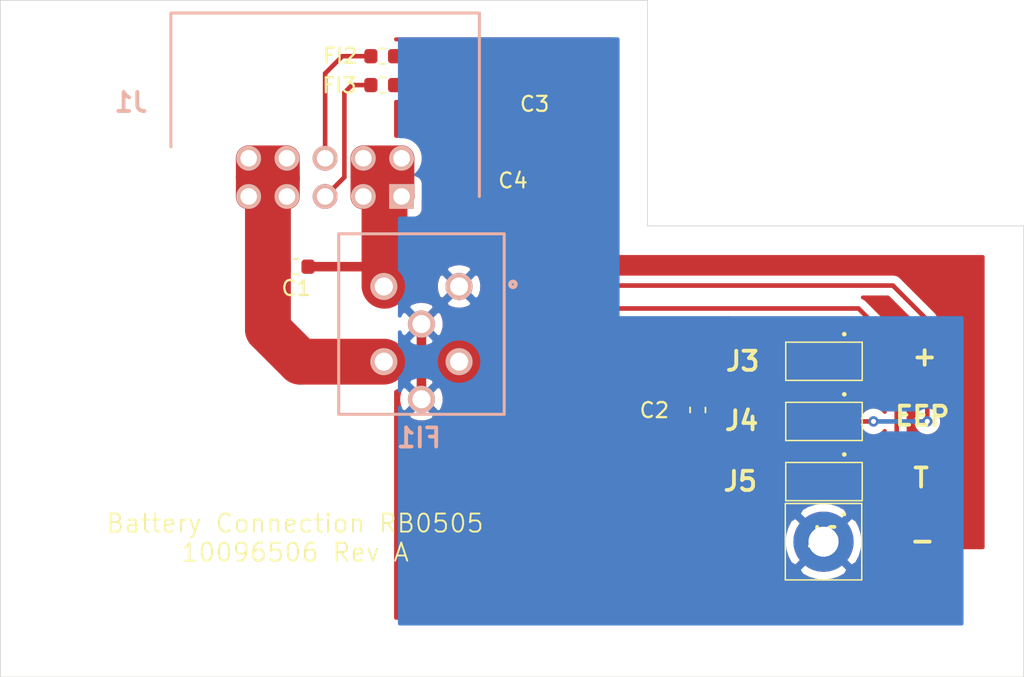
<source format=kicad_pcb>
(kicad_pcb (version 20171130) (host pcbnew "(5.1.5)-3")

  (general
    (thickness 1.6002)
    (drawings 11)
    (tracks 71)
    (zones 0)
    (modules 12)
    (nets 9)
  )

  (page USLetter)
  (title_block
    (rev 1)
  )

  (layers
    (0 Front signal)
    (31 Back signal)
    (32 B.Adhes user)
    (33 F.Adhes user)
    (34 B.Paste user)
    (35 F.Paste user)
    (36 B.SilkS user)
    (37 F.SilkS user hide)
    (38 B.Mask user)
    (39 F.Mask user)
    (40 Dwgs.User user hide)
    (41 Cmts.User user)
    (42 Eco1.User user)
    (43 Eco2.User user)
    (44 Edge.Cuts user)
    (45 Margin user)
    (46 B.CrtYd user)
    (47 F.CrtYd user)
    (48 B.Fab user)
    (49 F.Fab user hide)
  )

  (setup
    (last_trace_width 0.127)
    (user_trace_width 0.127)
    (user_trace_width 0.254)
    (user_trace_width 0.508)
    (user_trace_width 0.762)
    (trace_clearance 0.1524)
    (zone_clearance 0.508)
    (zone_45_only no)
    (trace_min 0.127)
    (via_size 0.6858)
    (via_drill 0.3302)
    (via_min_size 0.4572)
    (via_min_drill 0.254)
    (user_via 0.6858 0.3302)
    (user_via 0.889 0.381)
    (uvia_size 0.6858)
    (uvia_drill 0.3302)
    (uvias_allowed no)
    (uvia_min_size 0)
    (uvia_min_drill 0)
    (edge_width 0.0381)
    (segment_width 0.254)
    (pcb_text_width 0.3048)
    (pcb_text_size 1.524 1.524)
    (mod_edge_width 0.127)
    (mod_text_size 0.762 0.762)
    (mod_text_width 0.127)
    (pad_size 2 2)
    (pad_drill 1)
    (pad_to_mask_clearance 0)
    (solder_mask_min_width 0.1016)
    (aux_axis_origin 95.5 124)
    (grid_origin 95.5 124)
    (visible_elements 7FFFFF7F)
    (pcbplotparams
      (layerselection 0x010fc_ffffffff)
      (usegerberextensions false)
      (usegerberattributes false)
      (usegerberadvancedattributes false)
      (creategerberjobfile false)
      (excludeedgelayer true)
      (linewidth 0.152400)
      (plotframeref false)
      (viasonmask false)
      (mode 1)
      (useauxorigin false)
      (hpglpennumber 1)
      (hpglpenspeed 20)
      (hpglpendiameter 15.000000)
      (psnegative false)
      (psa4output false)
      (plotreference true)
      (plotvalue false)
      (plotinvisibletext false)
      (padsonsilk false)
      (subtractmaskfromsilk true)
      (outputformat 1)
      (mirror false)
      (drillshape 0)
      (scaleselection 1)
      (outputdirectory "./gerbers"))
  )

  (net 0 "")
  (net 1 "Net-(FI2-Pad2)")
  (net 2 VDD)
  (net 3 Earth)
  (net 4 GND)
  (net 5 /+)
  (net 6 /BAT_EEPROM)
  (net 7 /T)
  (net 8 "Net-(FI3-Pad1)")

  (net_class Default "This is the default net class."
    (clearance 0.1524)
    (trace_width 0.254)
    (via_dia 0.6858)
    (via_drill 0.3302)
    (uvia_dia 0.6858)
    (uvia_drill 0.3302)
    (diff_pair_width 0.1524)
    (diff_pair_gap 0.254)
    (add_net /+)
    (add_net /BAT_EEPROM)
    (add_net /T)
    (add_net Earth)
    (add_net GND)
    (add_net "Net-(FI2-Pad2)")
    (add_net "Net-(FI3-Pad1)")
    (add_net VDD)
  )

  (net_class "HIGH CURRENT" ""
    (clearance 0.1524)
    (trace_width 2)
    (via_dia 0.6858)
    (via_drill 0.3302)
    (uvia_dia 0.6858)
    (uvia_drill 0.3302)
    (diff_pair_width 0.1524)
    (diff_pair_gap 0.254)
  )

  (module "10096510 Battery Connection:BNX002-011" (layer Back) (tedit 5E8AE1C9) (tstamp 5E8ABC8C)
    (at 123.4811 100.52542 270)
    (descr BNX002-011)
    (tags Filter)
    (path /5E8EDF96)
    (fp_text reference FI1 (at 7.5691 0.17064) (layer B.SilkS)
      (effects (font (size 1.27 1.27) (thickness 0.254)) (justify mirror))
    )
    (fp_text value BNX002-11 (at -0.30362 0.0126 270) (layer B.SilkS) hide
      (effects (font (size 1.27 1.27) (thickness 0.254)) (justify mirror))
    )
    (fp_circle (center -2.64 -6.079) (end -2.70223 -6.079) (layer B.SilkS) (width 0.254))
    (fp_line (start 6 -5.5) (end -6 -5.5) (layer B.SilkS) (width 0.2))
    (fp_line (start 6 5.5) (end 6 -5.5) (layer B.SilkS) (width 0.2))
    (fp_line (start -6 5.5) (end 6 5.5) (layer B.SilkS) (width 0.2))
    (fp_line (start -6 -5.5) (end -6 5.5) (layer B.SilkS) (width 0.2))
    (fp_line (start -6 -5.5) (end -6 5.5) (layer Dwgs.User) (width 0.2))
    (fp_line (start 6 -5.5) (end -6 -5.5) (layer Dwgs.User) (width 0.2))
    (fp_line (start 6 5.5) (end 6 -5.5) (layer Dwgs.User) (width 0.2))
    (fp_line (start -6 5.5) (end 6 5.5) (layer Dwgs.User) (width 0.2))
    (pad 6 thru_hole circle (at 5 0 180) (size 1.8 1.8) (drill 1.2) (layers *.Cu *.Mask B.SilkS)
      (net 4 GND))
    (pad 1 thru_hole circle (at 2.5 2.5 180) (size 1.8 1.8) (drill 1.2) (layers *.Cu *.Mask B.SilkS)
      (net 2 VDD))
    (pad 2 thru_hole circle (at 2.5 -2.5 180) (size 1.8 1.8) (drill 1.2) (layers *.Cu *.Mask B.SilkS)
      (net 5 /+))
    (pad 4 thru_hole circle (at 0 0 180) (size 1.8 1.8) (drill 1.2) (layers *.Cu *.Mask B.SilkS)
      (net 4 GND))
    (pad 3 thru_hole circle (at -2.5 2.5 180) (size 1.8 1.8) (drill 1.2) (layers *.Cu *.Mask B.SilkS)
      (net 3 Earth))
    (pad 5 thru_hole circle (at -2.5 -2.5 180) (size 1.8 1.8) (drill 1.2) (layers *.Cu *.Mask B.SilkS)
      (net 4 GND))
  )

  (module "10096510 Battery Connection:C_0603_1608Metric" (layer Front) (tedit 5B301BBE) (tstamp 5E8B2535)
    (at 141.844 106.237 270)
    (descr "Capacitor SMD 0603 (1608 Metric), square (rectangular) end terminal, IPC_7351 nominal, (Body size source: http://www.tortai-tech.com/upload/download/2011102023233369053.pdf), generated with kicad-footprint-generator")
    (tags capacitor)
    (path /5E90C557)
    (attr smd)
    (fp_text reference C2 (at 0.0219 2.88714) (layer F.SilkS)
      (effects (font (size 1 1) (thickness 0.15)))
    )
    (fp_text value 10nF (at 0 1.43 90) (layer F.Fab)
      (effects (font (size 1 1) (thickness 0.15)))
    )
    (fp_line (start -0.8 0.4) (end -0.8 -0.4) (layer F.Fab) (width 0.1))
    (fp_line (start -0.8 -0.4) (end 0.8 -0.4) (layer F.Fab) (width 0.1))
    (fp_line (start 0.8 -0.4) (end 0.8 0.4) (layer F.Fab) (width 0.1))
    (fp_line (start 0.8 0.4) (end -0.8 0.4) (layer F.Fab) (width 0.1))
    (fp_line (start -0.162779 -0.51) (end 0.162779 -0.51) (layer F.SilkS) (width 0.12))
    (fp_line (start -0.162779 0.51) (end 0.162779 0.51) (layer F.SilkS) (width 0.12))
    (fp_line (start -1.48 0.73) (end -1.48 -0.73) (layer F.CrtYd) (width 0.05))
    (fp_line (start -1.48 -0.73) (end 1.48 -0.73) (layer F.CrtYd) (width 0.05))
    (fp_line (start 1.48 -0.73) (end 1.48 0.73) (layer F.CrtYd) (width 0.05))
    (fp_line (start 1.48 0.73) (end -1.48 0.73) (layer F.CrtYd) (width 0.05))
    (fp_text user %R (at 0 0 90) (layer F.Fab)
      (effects (font (size 0.4 0.4) (thickness 0.06)))
    )
    (pad 1 smd roundrect (at -0.7875 0 270) (size 0.875 0.95) (layers Front F.Paste F.Mask) (roundrect_rratio 0.25)
      (net 5 /+))
    (pad 2 smd roundrect (at 0.7875 0 270) (size 0.875 0.95) (layers Front F.Paste F.Mask) (roundrect_rratio 0.25)
      (net 4 GND))
    (model ${KISYS3DMOD}/Capacitor_SMD.3dshapes/C_0603_1608Metric.wrl
      (at (xyz 0 0 0))
      (scale (xyz 1 1 1))
      (rotate (xyz 0 0 0))
    )
  )

  (module "10096510 Battery Connection:C_0603_1608Metric" (layer Front) (tedit 5B301BBE) (tstamp 5E8B29FC)
    (at 115.15532 96.70886 180)
    (descr "Capacitor SMD 0603 (1608 Metric), square (rectangular) end terminal, IPC_7351 nominal, (Body size source: http://www.tortai-tech.com/upload/download/2011102023233369053.pdf), generated with kicad-footprint-generator")
    (tags capacitor)
    (path /5E8FB3FB)
    (attr smd)
    (fp_text reference C1 (at 0 -1.43) (layer F.SilkS)
      (effects (font (size 1 1) (thickness 0.15)))
    )
    (fp_text value 10nF (at 0 1.43) (layer F.Fab)
      (effects (font (size 1 1) (thickness 0.15)))
    )
    (fp_text user %R (at 0 0) (layer F.Fab)
      (effects (font (size 0.4 0.4) (thickness 0.06)))
    )
    (fp_line (start 1.48 0.73) (end -1.48 0.73) (layer F.CrtYd) (width 0.05))
    (fp_line (start 1.48 -0.73) (end 1.48 0.73) (layer F.CrtYd) (width 0.05))
    (fp_line (start -1.48 -0.73) (end 1.48 -0.73) (layer F.CrtYd) (width 0.05))
    (fp_line (start -1.48 0.73) (end -1.48 -0.73) (layer F.CrtYd) (width 0.05))
    (fp_line (start -0.162779 0.51) (end 0.162779 0.51) (layer F.SilkS) (width 0.12))
    (fp_line (start -0.162779 -0.51) (end 0.162779 -0.51) (layer F.SilkS) (width 0.12))
    (fp_line (start 0.8 0.4) (end -0.8 0.4) (layer F.Fab) (width 0.1))
    (fp_line (start 0.8 -0.4) (end 0.8 0.4) (layer F.Fab) (width 0.1))
    (fp_line (start -0.8 -0.4) (end 0.8 -0.4) (layer F.Fab) (width 0.1))
    (fp_line (start -0.8 0.4) (end -0.8 -0.4) (layer F.Fab) (width 0.1))
    (pad 2 smd roundrect (at 0.7875 0 180) (size 0.875 0.95) (layers Front F.Paste F.Mask) (roundrect_rratio 0.25)
      (net 2 VDD))
    (pad 1 smd roundrect (at -0.7875 0 180) (size 0.875 0.95) (layers Front F.Paste F.Mask) (roundrect_rratio 0.25)
      (net 3 Earth))
    (model ${KISYS3DMOD}/Capacitor_SMD.3dshapes/C_0603_1608Metric.wrl
      (at (xyz 0 0 0))
      (scale (xyz 1 1 1))
      (rotate (xyz 0 0 0))
    )
  )

  (module "10096510 Battery Connection:CONN_811S100230014101" (layer Front) (tedit 5E8A5706) (tstamp 5E8B2E5A)
    (at 150.23 107 180)
    (descr 811-S1-002-30-014101-2)
    (tags Connector)
    (path /5E99CA09)
    (attr smd)
    (fp_text reference J4 (at 5.47432 0.04848) (layer F.SilkS)
      (effects (font (size 1.27 1.27) (thickness 0.254)))
    )
    (fp_text value 811-S1-002-30-014101 (at 0 0.29) (layer F.SilkS) hide
      (effects (font (size 1.27 1.27) (thickness 0.254)))
    )
    (fp_line (start -2.54 1.27) (end 2.54 1.27) (layer Dwgs.User) (width 0.2))
    (fp_line (start 2.54 1.27) (end 2.54 -1.27) (layer Dwgs.User) (width 0.2))
    (fp_line (start 2.54 -1.27) (end -2.54 -1.27) (layer Dwgs.User) (width 0.2))
    (fp_line (start -2.54 -1.27) (end -2.54 1.27) (layer Dwgs.User) (width 0.2))
    (fp_line (start -2.54 -1.27) (end 2.54 -1.27) (layer F.SilkS) (width 0.1))
    (fp_line (start 2.54 -1.27) (end 2.54 1.27) (layer F.SilkS) (width 0.1))
    (fp_line (start 2.54 1.27) (end -2.54 1.27) (layer F.SilkS) (width 0.1))
    (fp_line (start -2.54 1.27) (end -2.54 -1.27) (layer F.SilkS) (width 0.1))
    (fp_line (start -3.54 -2.27) (end 3.54 -2.27) (layer Dwgs.User) (width 0.1))
    (fp_line (start 3.54 -2.27) (end 3.54 2.85) (layer Dwgs.User) (width 0.1))
    (fp_line (start 3.54 2.85) (end -3.54 2.85) (layer Dwgs.User) (width 0.1))
    (fp_line (start -3.54 2.85) (end -3.54 -2.27) (layer Dwgs.User) (width 0.1))
    (fp_line (start -1.4 1.8) (end -1.4 1.8) (layer F.SilkS) (width 0.2))
    (fp_line (start -1.3 1.8) (end -1.3 1.8) (layer F.SilkS) (width 0.2))
    (fp_line (start -1.4 1.8) (end -1.4 1.8) (layer F.SilkS) (width 0.2))
    (fp_arc (start -1.35 1.8) (end -1.4 1.8) (angle -180) (layer F.SilkS) (width 0.2))
    (fp_arc (start -1.35 1.8) (end -1.3 1.8) (angle -180) (layer F.SilkS) (width 0.2))
    (fp_arc (start -1.35 1.8) (end -1.4 1.8) (angle -180) (layer F.SilkS) (width 0.2))
    (pad 1 smd circle (at -1.27 0 270) (size 2 2) (layers Front F.Paste F.Mask)
      (net 6 /BAT_EEPROM))
    (pad 2 smd circle (at 1.27 0 270) (size 2 2) (layers Front F.Paste F.Mask)
      (net 6 /BAT_EEPROM))
  )

  (module "10096510 Battery Connection:CONN_GKS-913-Z" (layer Front) (tedit 5E8A56E9) (tstamp 5E87E151)
    (at 150.2 115 180)
    (descr 811-S1-002-30-014101-2)
    (tags Connector)
    (path /5E9A6A5B)
    (attr smd)
    (fp_text reference J6 (at 0 0.29) (layer F.SilkS)
      (effects (font (size 1.27 1.27) (thickness 0.254)))
    )
    (fp_text value GKS-913-0024 (at 0 0.29) (layer F.SilkS) hide
      (effects (font (size 1.27 1.27) (thickness 0.254)))
    )
    (fp_text user %R (at 0 0.29) (layer F.Fab)
      (effects (font (size 1.27 1.27) (thickness 0.254)))
    )
    (fp_line (start 0 1.27) (end 0 -1.27) (layer F.Fab) (width 0.2))
    (fp_line (start -2.54 -2.54) (end 2.54 -2.54) (layer F.SilkS) (width 0.1))
    (fp_line (start 2.54 -2.54) (end 2.54 2.54) (layer F.SilkS) (width 0.1))
    (fp_line (start 2.54 2.54) (end -2.54 2.54) (layer F.SilkS) (width 0.1))
    (fp_line (start -2.54 2.54) (end -2.54 -2.54) (layer F.SilkS) (width 0.1))
    (fp_line (start -1.4 1.8) (end -1.4 1.8) (layer F.SilkS) (width 0.2))
    (fp_line (start -1.3 1.8) (end -1.3 1.8) (layer F.SilkS) (width 0.2))
    (fp_line (start -1.4 1.8) (end -1.4 1.8) (layer F.SilkS) (width 0.2))
    (fp_arc (start -1.35 1.8) (end -1.4 1.8) (angle -180) (layer F.SilkS) (width 0.2))
    (fp_arc (start -1.35 1.8) (end -1.4 1.8) (angle -180) (layer F.SilkS) (width 0.2))
    (pad 1 thru_hole circle (at 0 0 270) (size 4 4) (drill 2) (layers *.Cu *.Mask)
      (net 4 GND))
    (model 811-S1-002-30-014101.stp
      (at (xyz 0 0 0))
      (scale (xyz 1 1 1))
      (rotate (xyz 0 0 0))
    )
  )

  (module "10096510 Battery Connection:CONN_811S100230014101" (layer Front) (tedit 5E8A5706) (tstamp 5E87E1CF)
    (at 150.23 111 180)
    (descr 811-S1-002-30-014101-2)
    (tags Connector)
    (path /5E99E657)
    (attr smd)
    (fp_text reference J5 (at 5.56068 0.0175) (layer F.SilkS)
      (effects (font (size 1.27 1.27) (thickness 0.254)))
    )
    (fp_text value 811-S1-002-30-014101 (at 0 0.29) (layer F.SilkS) hide
      (effects (font (size 1.27 1.27) (thickness 0.254)))
    )
    (fp_arc (start -1.35 1.8) (end -1.4 1.8) (angle -180) (layer F.SilkS) (width 0.2))
    (fp_arc (start -1.35 1.8) (end -1.3 1.8) (angle -180) (layer F.SilkS) (width 0.2))
    (fp_arc (start -1.35 1.8) (end -1.4 1.8) (angle -180) (layer F.SilkS) (width 0.2))
    (fp_line (start -1.4 1.8) (end -1.4 1.8) (layer F.SilkS) (width 0.2))
    (fp_line (start -1.3 1.8) (end -1.3 1.8) (layer F.SilkS) (width 0.2))
    (fp_line (start -1.4 1.8) (end -1.4 1.8) (layer F.SilkS) (width 0.2))
    (fp_line (start -3.54 2.85) (end -3.54 -2.27) (layer Dwgs.User) (width 0.1))
    (fp_line (start 3.54 2.85) (end -3.54 2.85) (layer Dwgs.User) (width 0.1))
    (fp_line (start 3.54 -2.27) (end 3.54 2.85) (layer Dwgs.User) (width 0.1))
    (fp_line (start -3.54 -2.27) (end 3.54 -2.27) (layer Dwgs.User) (width 0.1))
    (fp_line (start -2.54 1.27) (end -2.54 -1.27) (layer F.SilkS) (width 0.1))
    (fp_line (start 2.54 1.27) (end -2.54 1.27) (layer F.SilkS) (width 0.1))
    (fp_line (start 2.54 -1.27) (end 2.54 1.27) (layer F.SilkS) (width 0.1))
    (fp_line (start -2.54 -1.27) (end 2.54 -1.27) (layer F.SilkS) (width 0.1))
    (fp_line (start -2.54 -1.27) (end -2.54 1.27) (layer Dwgs.User) (width 0.2))
    (fp_line (start 2.54 -1.27) (end -2.54 -1.27) (layer Dwgs.User) (width 0.2))
    (fp_line (start 2.54 1.27) (end 2.54 -1.27) (layer Dwgs.User) (width 0.2))
    (fp_line (start -2.54 1.27) (end 2.54 1.27) (layer Dwgs.User) (width 0.2))
    (pad 2 smd circle (at 1.27 0 270) (size 2 2) (layers Front F.Paste F.Mask)
      (net 7 /T))
    (pad 1 smd circle (at -1.27 0 270) (size 2 2) (layers Front F.Paste F.Mask)
      (net 7 /T))
  )

  (module "10096510 Battery Connection:CONN_811S100230014101" (layer Front) (tedit 5E8A5706) (tstamp 5E87E187)
    (at 150.23 103 180)
    (descr 811-S1-002-30-014101-2)
    (tags Connector)
    (path /5E99A69C)
    (attr smd)
    (fp_text reference J3 (at 5.40574 0.00326) (layer F.SilkS)
      (effects (font (size 1.27 1.27) (thickness 0.254)))
    )
    (fp_text value 811-S1-002-30-014101 (at 0 0.29) (layer F.SilkS) hide
      (effects (font (size 1.27 1.27) (thickness 0.254)))
    )
    (fp_line (start -2.54 1.27) (end 2.54 1.27) (layer Dwgs.User) (width 0.2))
    (fp_line (start 2.54 1.27) (end 2.54 -1.27) (layer Dwgs.User) (width 0.2))
    (fp_line (start 2.54 -1.27) (end -2.54 -1.27) (layer Dwgs.User) (width 0.2))
    (fp_line (start -2.54 -1.27) (end -2.54 1.27) (layer Dwgs.User) (width 0.2))
    (fp_line (start -2.54 -1.27) (end 2.54 -1.27) (layer F.SilkS) (width 0.1))
    (fp_line (start 2.54 -1.27) (end 2.54 1.27) (layer F.SilkS) (width 0.1))
    (fp_line (start 2.54 1.27) (end -2.54 1.27) (layer F.SilkS) (width 0.1))
    (fp_line (start -2.54 1.27) (end -2.54 -1.27) (layer F.SilkS) (width 0.1))
    (fp_line (start -3.54 -2.27) (end 3.54 -2.27) (layer Dwgs.User) (width 0.1))
    (fp_line (start 3.54 -2.27) (end 3.54 2.85) (layer Dwgs.User) (width 0.1))
    (fp_line (start 3.54 2.85) (end -3.54 2.85) (layer Dwgs.User) (width 0.1))
    (fp_line (start -3.54 2.85) (end -3.54 -2.27) (layer Dwgs.User) (width 0.1))
    (fp_line (start -1.4 1.8) (end -1.4 1.8) (layer F.SilkS) (width 0.2))
    (fp_line (start -1.3 1.8) (end -1.3 1.8) (layer F.SilkS) (width 0.2))
    (fp_line (start -1.4 1.8) (end -1.4 1.8) (layer F.SilkS) (width 0.2))
    (fp_arc (start -1.35 1.8) (end -1.4 1.8) (angle -180) (layer F.SilkS) (width 0.2))
    (fp_arc (start -1.35 1.8) (end -1.3 1.8) (angle -180) (layer F.SilkS) (width 0.2))
    (fp_arc (start -1.35 1.8) (end -1.4 1.8) (angle -180) (layer F.SilkS) (width 0.2))
    (pad 1 smd circle (at -1.27 0 270) (size 2 2) (layers Front F.Paste F.Mask)
      (net 5 /+))
    (pad 2 smd circle (at 1.27 0 270) (size 2 2) (layers Front F.Paste F.Mask)
      (net 5 /+))
  )

  (module "10096510 Battery Connection:SHDRRA10W64P254_2X5_2050X890X930P" (layer Back) (tedit 5E8730A6) (tstamp 5E86E475)
    (at 122.16 92.04 180)
    (descr 09185107323)
    (tags Connector)
    (path /5E95772A)
    (fp_text reference J1 (at 17.9859 6.25938) (layer B.SilkS)
      (effects (font (size 1.27 1.27) (thickness 0.254)) (justify mirror))
    )
    (fp_text value 09185107323 (at 0 0) (layer B.SilkS) hide
      (effects (font (size 1.27 1.27) (thickness 0.254)) (justify mirror))
    )
    (fp_line (start 15.33 12.2) (end 15.33 3.3) (layer B.SilkS) (width 0.2))
    (fp_line (start -5.17 12.2) (end 15.33 12.2) (layer B.SilkS) (width 0.2))
    (fp_line (start -5.17 0) (end -5.17 12.2) (layer B.SilkS) (width 0.2))
    (fp_line (start 15.33 3.3) (end -5.17 3.3) (layer Dwgs.User) (width 0.1))
    (fp_line (start 15.33 12.2) (end 15.33 3.3) (layer Dwgs.User) (width 0.1))
    (fp_line (start -5.17 12.2) (end 15.33 12.2) (layer Dwgs.User) (width 0.1))
    (fp_line (start -5.17 3.3) (end -5.17 12.2) (layer Dwgs.User) (width 0.1))
    (fp_line (start -5.42 12.45) (end -5.42 -1.325) (layer Dwgs.User) (width 0.05))
    (fp_line (start 15.58 12.45) (end -5.42 12.45) (layer Dwgs.User) (width 0.05))
    (fp_line (start 15.58 -1.325) (end 15.58 12.45) (layer Dwgs.User) (width 0.05))
    (fp_line (start -5.42 -1.325) (end 15.58 -1.325) (layer Dwgs.User) (width 0.05))
    (pad 10 thru_hole circle (at 10.16 2.54 90) (size 1.65 1.65) (drill 1.1) (layers *.Cu *.Mask B.SilkS)
      (net 2 VDD))
    (pad 9 thru_hole circle (at 10.16 0 90) (size 1.65 1.65) (drill 1.1) (layers *.Cu *.Mask B.SilkS)
      (net 2 VDD))
    (pad 8 thru_hole circle (at 7.62 2.54 90) (size 1.65 1.65) (drill 1.1) (layers *.Cu *.Mask B.SilkS)
      (net 2 VDD))
    (pad 7 thru_hole circle (at 7.62 0 90) (size 1.65 1.65) (drill 1.1) (layers *.Cu *.Mask B.SilkS)
      (net 2 VDD))
    (pad 6 thru_hole circle (at 5.08 2.54 90) (size 1.65 1.65) (drill 1.1) (layers *.Cu *.Mask B.SilkS)
      (net 1 "Net-(FI2-Pad2)"))
    (pad 5 thru_hole circle (at 5.08 0 90) (size 1.65 1.65) (drill 1.1) (layers *.Cu *.Mask B.SilkS)
      (net 8 "Net-(FI3-Pad1)"))
    (pad 4 thru_hole circle (at 2.54 2.54 90) (size 1.65 1.65) (drill 1.1) (layers *.Cu *.Mask B.SilkS)
      (net 3 Earth))
    (pad 3 thru_hole circle (at 2.54 0 90) (size 1.65 1.65) (drill 1.1) (layers *.Cu *.Mask B.SilkS)
      (net 3 Earth))
    (pad 2 thru_hole circle (at 0 2.54 90) (size 1.65 1.65) (drill 1.1) (layers *.Cu *.Mask B.SilkS)
      (net 3 Earth))
    (pad 1 thru_hole rect (at 0 0 90) (size 1.65 1.65) (drill 1.1) (layers *.Cu *.Mask B.SilkS)
      (net 3 Earth))
  )

  (module "10096510 Battery Connection:L_0603_1608Metric" (layer Front) (tedit 5B301BBE) (tstamp 5E86E444)
    (at 120.90806 84.63246)
    (descr "Inductor SMD 0603 (1608 Metric), square (rectangular) end terminal, IPC_7351 nominal, (Body size source: http://www.tortai-tech.com/upload/download/2011102023233369053.pdf), generated with kicad-footprint-generator")
    (tags inductor)
    (path /5E9C95BC)
    (attr smd)
    (fp_text reference FI3 (at -2.87528 0.0254) (layer F.SilkS)
      (effects (font (size 1 1) (thickness 0.15)))
    )
    (fp_text value 74279266 (at 0 1.43) (layer F.Fab)
      (effects (font (size 1 1) (thickness 0.15)))
    )
    (fp_text user %R (at 0 0) (layer F.Fab)
      (effects (font (size 0.4 0.4) (thickness 0.06)))
    )
    (fp_line (start 1.48 0.73) (end -1.48 0.73) (layer F.CrtYd) (width 0.05))
    (fp_line (start 1.48 -0.73) (end 1.48 0.73) (layer F.CrtYd) (width 0.05))
    (fp_line (start -1.48 -0.73) (end 1.48 -0.73) (layer F.CrtYd) (width 0.05))
    (fp_line (start -1.48 0.73) (end -1.48 -0.73) (layer F.CrtYd) (width 0.05))
    (fp_line (start -0.162779 0.51) (end 0.162779 0.51) (layer F.SilkS) (width 0.12))
    (fp_line (start -0.162779 -0.51) (end 0.162779 -0.51) (layer F.SilkS) (width 0.12))
    (fp_line (start 0.8 0.4) (end -0.8 0.4) (layer F.Fab) (width 0.1))
    (fp_line (start 0.8 -0.4) (end 0.8 0.4) (layer F.Fab) (width 0.1))
    (fp_line (start -0.8 -0.4) (end 0.8 -0.4) (layer F.Fab) (width 0.1))
    (fp_line (start -0.8 0.4) (end -0.8 -0.4) (layer F.Fab) (width 0.1))
    (pad 2 smd roundrect (at 0.7875 0) (size 0.875 0.95) (layers Front F.Paste F.Mask) (roundrect_rratio 0.25)
      (net 7 /T))
    (pad 1 smd roundrect (at -0.7875 0) (size 0.875 0.95) (layers Front F.Paste F.Mask) (roundrect_rratio 0.25)
      (net 8 "Net-(FI3-Pad1)"))
    (model ${KISYS3DMOD}/Inductor_SMD.3dshapes/L_0603_1608Metric.wrl
      (at (xyz 0 0 0))
      (scale (xyz 1 1 1))
      (rotate (xyz 0 0 0))
    )
  )

  (module "10096510 Battery Connection:L_0603_1608Metric" (layer Front) (tedit 5B301BBE) (tstamp 5E86E433)
    (at 120.90806 82.71246 180)
    (descr "Inductor SMD 0603 (1608 Metric), square (rectangular) end terminal, IPC_7351 nominal, (Body size source: http://www.tortai-tech.com/upload/download/2011102023233369053.pdf), generated with kicad-footprint-generator")
    (tags inductor)
    (path /5E9D0294)
    (attr smd)
    (fp_text reference FI2 (at 2.82448 0.0254) (layer F.SilkS)
      (effects (font (size 1 1) (thickness 0.15)))
    )
    (fp_text value 74279266 (at 0 1.43) (layer F.Fab)
      (effects (font (size 1 1) (thickness 0.15)))
    )
    (fp_text user %R (at 0 0) (layer F.Fab)
      (effects (font (size 0.4 0.4) (thickness 0.06)))
    )
    (fp_line (start 1.48 0.73) (end -1.48 0.73) (layer F.CrtYd) (width 0.05))
    (fp_line (start 1.48 -0.73) (end 1.48 0.73) (layer F.CrtYd) (width 0.05))
    (fp_line (start -1.48 -0.73) (end 1.48 -0.73) (layer F.CrtYd) (width 0.05))
    (fp_line (start -1.48 0.73) (end -1.48 -0.73) (layer F.CrtYd) (width 0.05))
    (fp_line (start -0.162779 0.51) (end 0.162779 0.51) (layer F.SilkS) (width 0.12))
    (fp_line (start -0.162779 -0.51) (end 0.162779 -0.51) (layer F.SilkS) (width 0.12))
    (fp_line (start 0.8 0.4) (end -0.8 0.4) (layer F.Fab) (width 0.1))
    (fp_line (start 0.8 -0.4) (end 0.8 0.4) (layer F.Fab) (width 0.1))
    (fp_line (start -0.8 -0.4) (end 0.8 -0.4) (layer F.Fab) (width 0.1))
    (fp_line (start -0.8 0.4) (end -0.8 -0.4) (layer F.Fab) (width 0.1))
    (pad 2 smd roundrect (at 0.7875 0 180) (size 0.875 0.95) (layers Front F.Paste F.Mask) (roundrect_rratio 0.25)
      (net 1 "Net-(FI2-Pad2)"))
    (pad 1 smd roundrect (at -0.7875 0 180) (size 0.875 0.95) (layers Front F.Paste F.Mask) (roundrect_rratio 0.25)
      (net 6 /BAT_EEPROM))
    (model ${KISYS3DMOD}/Inductor_SMD.3dshapes/L_0603_1608Metric.wrl
      (at (xyz 0 0 0))
      (scale (xyz 1 1 1))
      (rotate (xyz 0 0 0))
    )
  )

  (module "10096510 Battery Connection:C_0402_1005Metric" (layer Front) (tedit 5B301BBE) (tstamp 5E86E405)
    (at 127.26454 90.98326 270)
    (descr "Capacitor SMD 0402 (1005 Metric), square (rectangular) end terminal, IPC_7351 nominal, (Body size source: http://www.tortai-tech.com/upload/download/2011102023233369053.pdf), generated with kicad-footprint-generator")
    (tags capacitor)
    (path /5E9213A5)
    (attr smd)
    (fp_text reference C4 (at -0.00072 -2.29686) (layer F.SilkS)
      (effects (font (size 1 1) (thickness 0.15)))
    )
    (fp_text value 0402_47pF_C0402C470J5GAC (at 0 1.17 90) (layer F.Fab)
      (effects (font (size 1 1) (thickness 0.15)))
    )
    (fp_text user %R (at 0 0 90) (layer F.Fab)
      (effects (font (size 0.25 0.25) (thickness 0.04)))
    )
    (fp_line (start 0.93 0.47) (end -0.93 0.47) (layer F.CrtYd) (width 0.05))
    (fp_line (start 0.93 -0.47) (end 0.93 0.47) (layer F.CrtYd) (width 0.05))
    (fp_line (start -0.93 -0.47) (end 0.93 -0.47) (layer F.CrtYd) (width 0.05))
    (fp_line (start -0.93 0.47) (end -0.93 -0.47) (layer F.CrtYd) (width 0.05))
    (fp_line (start 0.5 0.25) (end -0.5 0.25) (layer F.Fab) (width 0.1))
    (fp_line (start 0.5 -0.25) (end 0.5 0.25) (layer F.Fab) (width 0.1))
    (fp_line (start -0.5 -0.25) (end 0.5 -0.25) (layer F.Fab) (width 0.1))
    (fp_line (start -0.5 0.25) (end -0.5 -0.25) (layer F.Fab) (width 0.1))
    (pad 2 smd roundrect (at 0.485 0 270) (size 0.59 0.64) (layers Front F.Paste F.Mask) (roundrect_rratio 0.25)
      (net 4 GND))
    (pad 1 smd roundrect (at -0.485 0 270) (size 0.59 0.64) (layers Front F.Paste F.Mask) (roundrect_rratio 0.25)
      (net 7 /T))
    (model ${KISYS3DMOD}/Capacitor_SMD.3dshapes/C_0402_1005Metric.wrl
      (at (xyz 0 0 0))
      (scale (xyz 1 1 1))
      (rotate (xyz 0 0 0))
    )
  )

  (module "10096510 Battery Connection:C_0402_1005Metric" (layer Front) (tedit 5B301BBE) (tstamp 5E86E3F4)
    (at 129.16154 85.90326 270)
    (descr "Capacitor SMD 0402 (1005 Metric), square (rectangular) end terminal, IPC_7351 nominal, (Body size source: http://www.tortai-tech.com/upload/download/2011102023233369053.pdf), generated with kicad-footprint-generator")
    (tags capacitor)
    (path /5E91F4F8)
    (attr smd)
    (fp_text reference C3 (at -0.01088 -1.84004) (layer F.SilkS)
      (effects (font (size 1 1) (thickness 0.15)))
    )
    (fp_text value 0402_47pF_C0402C470J5GAC (at 0 1.17 90) (layer F.Fab)
      (effects (font (size 1 1) (thickness 0.15)))
    )
    (fp_line (start -0.5 0.25) (end -0.5 -0.25) (layer F.Fab) (width 0.1))
    (fp_line (start -0.5 -0.25) (end 0.5 -0.25) (layer F.Fab) (width 0.1))
    (fp_line (start 0.5 -0.25) (end 0.5 0.25) (layer F.Fab) (width 0.1))
    (fp_line (start 0.5 0.25) (end -0.5 0.25) (layer F.Fab) (width 0.1))
    (fp_line (start -0.93 0.47) (end -0.93 -0.47) (layer F.CrtYd) (width 0.05))
    (fp_line (start -0.93 -0.47) (end 0.93 -0.47) (layer F.CrtYd) (width 0.05))
    (fp_line (start 0.93 -0.47) (end 0.93 0.47) (layer F.CrtYd) (width 0.05))
    (fp_line (start 0.93 0.47) (end -0.93 0.47) (layer F.CrtYd) (width 0.05))
    (fp_text user %R (at 0 0 90) (layer F.Fab)
      (effects (font (size 0.25 0.25) (thickness 0.04)))
    )
    (pad 1 smd roundrect (at -0.485 0 270) (size 0.59 0.64) (layers Front F.Paste F.Mask) (roundrect_rratio 0.25)
      (net 6 /BAT_EEPROM))
    (pad 2 smd roundrect (at 0.485 0 270) (size 0.59 0.64) (layers Front F.Paste F.Mask) (roundrect_rratio 0.25)
      (net 4 GND))
    (model ${KISYS3DMOD}/Capacitor_SMD.3dshapes/C_0402_1005Metric.wrl
      (at (xyz 0 0 0))
      (scale (xyz 1 1 1))
      (rotate (xyz 0 0 0))
    )
  )

  (gr_text - (at 156.76988 114.90426) (layer F.SilkS) (tstamp 5E8B3E05)
    (effects (font (size 1.27 1.27) (thickness 0.254)))
  )
  (gr_text T (at 156.68352 110.75898) (layer F.SilkS) (tstamp 5E8B3E05)
    (effects (font (size 1.27 1.27) (thickness 0.254)))
  )
  (gr_text EEP (at 156.7648 106.64672) (layer F.SilkS) (tstamp 5E8B3E05)
    (effects (font (size 1.27 1.27) (thickness 0.254)))
  )
  (gr_text + (at 156.91974 102.65638) (layer F.SilkS)
    (effects (font (size 1.27 1.27) (thickness 0.254)))
  )
  (gr_line (start 95.5 79) (end 95.5 124) (layer Edge.Cuts) (width 0.05))
  (gr_line (start 95.5 79) (end 138.5 79) (layer Edge.Cuts) (width 0.05))
  (gr_line (start 138.5 94) (end 138.5 79) (layer Edge.Cuts) (width 0.05))
  (gr_line (start 163.5 94) (end 138.5 94) (layer Edge.Cuts) (width 0.05))
  (gr_line (start 163.5 124) (end 163.5 94) (layer Edge.Cuts) (width 0.05))
  (gr_line (start 95.5 124) (end 163.5 124) (layer Edge.Cuts) (width 0.05))
  (gr_text "Battery Connection RB0505\n10096506 Rev A" (at 115.07832 114.74424) (layer F.SilkS)
    (effects (font (size 1.2 1.2) (thickness 0.127)))
  )

  (segment (start 119.62 92.04) (end 119.62 89.5) (width 1.7) (layer Front) (net 3) (tstamp 5E8B4836))
  (segment (start 117.08 89.5) (end 117.08 83.86022) (width 0.3048) (layer Front) (net 1))
  (segment (start 117.08 83.86022) (end 118.22792 82.7123) (width 0.3048) (layer Front) (net 1))
  (segment (start 119.68306 82.71246) (end 119.6829 82.7123) (width 0.127) (layer Front) (net 1))
  (segment (start 120.12056 82.71246) (end 119.68306 82.71246) (width 0.127) (layer Front) (net 1))
  (segment (start 119.6829 82.7123) (end 118.22792 82.7123) (width 0.3048) (layer Front) (net 1))
  (segment (start 112 92.04) (end 114.54 92.04) (width 1.7) (layer Front) (net 2))
  (segment (start 114.54 89.5) (end 112 89.5) (width 1.7) (layer Front) (net 2))
  (segment (start 114.433 90.736) (end 114.55 90.853) (width 0.127) (layer Front) (net 2))
  (segment (start 112 90.736) (end 114.433 90.736) (width 1.7) (layer Front) (net 2))
  (segment (start 112 92.04) (end 112 90.736) (width 1.7) (layer Front) (net 2))
  (segment (start 114.54 92.04) (end 114.55 90.853) (width 1.7) (layer Front) (net 2))
  (segment (start 112 90.736) (end 112 89.5) (width 1.7) (layer Front) (net 2))
  (segment (start 114.55 90.853) (end 114.54 89.5) (width 1.7) (layer Front) (net 2))
  (segment (start 112.689 92.04) (end 112 92.04) (width 0.127) (layer Front) (net 2))
  (segment (start 113.153 92.504) (end 112.689 92.04) (width 0.127) (layer Front) (net 2))
  (segment (start 113.28 100.886) (end 113.28 90.746) (width 3.048) (layer Front) (net 2))
  (segment (start 120.9811 103.02542) (end 115.41942 103.02542) (width 3.048) (layer Front) (net 2))
  (segment (start 113.28 90.746) (end 113.29 90.736) (width 3.048) (layer Front) (net 2))
  (segment (start 115.41942 103.02542) (end 113.28 100.886) (width 3.048) (layer Front) (net 2))
  (segment (start 122.16 92.04) (end 122.16 89.5) (width 1.7) (layer Front) (net 3))
  (segment (start 119.62 89.5) (end 122.16 89.5) (width 1.7) (layer Front) (net 3))
  (segment (start 119.62 92.04) (end 122.16 92.04) (width 1.7) (layer Front) (net 3))
  (segment (start 119.63 90.726) (end 122.126 90.716) (width 1.7) (layer Front) (net 3))
  (segment (start 121.027 90.726) (end 121.032619 90.720381) (width 1.7) (layer Front) (net 3))
  (segment (start 120.9811 98.02542) (end 121.027 97.97952) (width 1.7) (layer Front) (net 3))
  (segment (start 121.027 97.97952) (end 121.027 90.726) (width 3.048) (layer Front) (net 3))
  (segment (start 119.66454 96.70886) (end 120.9811 98.02542) (width 0.127) (layer Front) (net 3))
  (segment (start 115.94282 96.70886) (end 119.66454 96.70886) (width 0.635) (layer Front) (net 3))
  (segment (start 123.4811 105.52542) (end 123.4811 100.52542) (width 0.635) (layer Front) (net 4))
  (segment (start 151.5 103) (end 148.96 103) (width 3.048) (layer Front) (net 5))
  (segment (start 126.00652 103) (end 125.9811 103.02542) (width 0.127) (layer Front) (net 5))
  (segment (start 148.96 103) (end 126.00652 103) (width 3.048) (layer Front) (net 5))
  (segment (start 147.545787 103) (end 148.96 103) (width 0.127) (layer Front) (net 5))
  (segment (start 142.027 103) (end 147.545787 103) (width 0.127) (layer Front) (net 5))
  (segment (start 141.844 105.4495) (end 141.844 103.183) (width 0.635) (layer Front) (net 5))
  (segment (start 141.844 103.183) (end 142.027 103) (width 0.127) (layer Front) (net 5))
  (segment (start 121.69556 82.71246) (end 127.61846 82.71246) (width 0.3048) (layer Front) (net 6))
  (segment (start 129.16154 84.25554) (end 129.16154 85.41826) (width 0.3048) (layer Front) (net 6))
  (segment (start 127.61846 82.71246) (end 129.16154 84.25554) (width 0.3048) (layer Front) (net 6))
  (segment (start 151.5 107) (end 153.521 107) (width 0.3048) (layer Front) (net 6))
  (via (at 153.521 107) (size 0.6858) (drill 0.3302) (layers Front Back) (net 6))
  (segment (start 148.96 107) (end 151.5 107) (width 0.3048) (layer Front) (net 6))
  (via (at 157.095 107) (size 0.6858) (drill 0.3302) (layers Front Back) (net 6))
  (segment (start 153.521 107) (end 157.095 107) (width 0.3048) (layer Back) (net 6))
  (segment (start 157.095 106.497067) (end 157.095 106.982) (width 0.3048) (layer Front) (net 6))
  (segment (start 157.095 100.251) (end 157.095 106.497067) (width 0.3048) (layer Front) (net 6))
  (segment (start 154.809 97.965) (end 157.095 100.251) (width 0.3048) (layer Front) (net 6))
  (segment (start 132.076 86.789) (end 132.076 96.568) (width 0.3048) (layer Front) (net 6))
  (segment (start 130.70526 85.41826) (end 132.076 86.789) (width 0.3048) (layer Front) (net 6))
  (segment (start 132.076 96.568) (end 133.473 97.965) (width 0.3048) (layer Front) (net 6))
  (segment (start 129.16154 85.41826) (end 130.70526 85.41826) (width 0.3048) (layer Front) (net 6))
  (segment (start 133.473 97.965) (end 154.809 97.965) (width 0.3048) (layer Front) (net 6))
  (segment (start 127.26454 90.20326) (end 127.26454 90.49826) (width 0.127) (layer Front) (net 7))
  (segment (start 127.26454 86.04154) (end 127.26454 90.20326) (width 0.3048) (layer Front) (net 7))
  (segment (start 121.69556 84.63246) (end 125.85546 84.63246) (width 0.3048) (layer Front) (net 7))
  (segment (start 125.85546 84.63246) (end 127.26454 86.04154) (width 0.3048) (layer Front) (net 7))
  (segment (start 148.96 111) (end 151.5 111) (width 0.3048) (layer Front) (net 7))
  (segment (start 128.92726 90.49826) (end 127.26454 90.49826) (width 0.3048) (layer Front) (net 7))
  (segment (start 129.917 91.488) (end 128.92726 90.49826) (width 0.3048) (layer Front) (net 7))
  (segment (start 129.917 97.457) (end 129.917 91.488) (width 0.3048) (layer Front) (net 7))
  (segment (start 153.712 111) (end 155.063 109.649) (width 0.3048) (layer Front) (net 7))
  (segment (start 151.5 111) (end 153.712 111) (width 0.3048) (layer Front) (net 7))
  (segment (start 155.063 109.649) (end 155.063 102.029) (width 0.3048) (layer Front) (net 7))
  (segment (start 155.063 102.029) (end 152.523 99.489) (width 0.3048) (layer Front) (net 7))
  (segment (start 131.949 99.489) (end 129.917 97.457) (width 0.3048) (layer Front) (net 7))
  (segment (start 152.523 99.489) (end 131.949 99.489) (width 0.3048) (layer Front) (net 7))
  (segment (start 118.86554 84.63246) (end 120.12056 84.63246) (width 0.3048) (layer Front) (net 8))
  (segment (start 118.36 85.138) (end 118.86554 84.63246) (width 0.3048) (layer Front) (net 8))
  (segment (start 117.08 92.04) (end 118.36 90.76) (width 0.3048) (layer Front) (net 8))
  (segment (start 118.36 90.76) (end 118.36 85.138) (width 0.3048) (layer Front) (net 8))

  (zone (net 0) (net_name "") (layers F&B.Cu) (tstamp 5E8AC7E4) (hatch full 0.508)
    (connect_pads (clearance 0.508))
    (min_thickness 0.254)
    (keepout (tracks not_allowed) (vias not_allowed) (copperpour not_allowed))
    (fill (arc_segments 32) (thermal_gap 0.508) (thermal_bridge_width 0.508))
    (polygon
      (pts
        (xy 99.5 124.00116) (xy 95.5 124.00116) (xy 95.5 115.50116) (xy 99.5 115.50116)
      )
    )
  )
  (zone (net 0) (net_name "") (layers F&B.Cu) (tstamp 5E8AC7ED) (hatch full 0.508)
    (connect_pads (clearance 0.508))
    (min_thickness 0.254)
    (keepout (tracks not_allowed) (vias not_allowed) (copperpour not_allowed))
    (fill (arc_segments 32) (thermal_gap 0.508) (thermal_bridge_width 0.508))
    (polygon
      (pts
        (xy 163.50292 124.00116) (xy 159.50292 124.00116) (xy 159.50292 115.50116) (xy 163.50292 115.50116)
      )
    )
  )
  (zone (net 0) (net_name "") (layer Back) (tstamp 5E8AC80A) (hatch full 0.508)
    (connect_pads (clearance 0.508))
    (min_thickness 0.254)
    (keepout (tracks not_allowed) (vias not_allowed) (copperpour not_allowed))
    (fill (arc_segments 32) (thermal_gap 0.508) (thermal_bridge_width 0.508))
    (polygon
      (pts
        (xy 156.5013 99.99954) (xy 144.0013 99.99954) (xy 144.0013 93.99954) (xy 156.5013 93.99954)
      )
    )
  )
  (zone (net 4) (net_name GND) (layer Front) (tstamp 0) (hatch full 0.508)
    (connect_pads (clearance 0.508))
    (min_thickness 0.254)
    (fill yes (arc_segments 32) (thermal_gap 0.508) (thermal_bridge_width 0.508))
    (polygon
      (pts
        (xy 136.267 95.933) (xy 160.905 95.933) (xy 160.905 120.19) (xy 121.662 120.19) (xy 121.662 81.455)
        (xy 136.267 81.455)
      )
    )
    (filled_polygon
      (pts
        (xy 136.14 95.933) (xy 136.14244 95.957776) (xy 136.149667 95.981601) (xy 136.161403 96.003557) (xy 136.177197 96.022803)
        (xy 136.196443 96.038597) (xy 136.218399 96.050333) (xy 136.242224 96.05756) (xy 136.267 96.06) (xy 160.778 96.06)
        (xy 160.778 115.37416) (xy 159.50292 115.37416) (xy 159.478144 115.3766) (xy 159.454319 115.383827) (xy 159.432363 115.395563)
        (xy 159.413117 115.411357) (xy 159.397323 115.430603) (xy 159.385587 115.452559) (xy 159.37836 115.476384) (xy 159.37592 115.50116)
        (xy 159.37592 120.063) (xy 121.789 120.063) (xy 121.789 116.847499) (xy 148.532106 116.847499) (xy 148.748228 117.214258)
        (xy 149.208105 117.454938) (xy 149.706098 117.601275) (xy 150.223071 117.647648) (xy 150.739159 117.592273) (xy 151.234526 117.437279)
        (xy 151.651772 117.214258) (xy 151.867894 116.847499) (xy 150.2 115.179605) (xy 148.532106 116.847499) (xy 121.789 116.847499)
        (xy 121.789 115.023071) (xy 147.552352 115.023071) (xy 147.607727 115.539159) (xy 147.762721 116.034526) (xy 147.985742 116.451772)
        (xy 148.352501 116.667894) (xy 150.020395 115) (xy 150.379605 115) (xy 152.047499 116.667894) (xy 152.414258 116.451772)
        (xy 152.654938 115.991895) (xy 152.801275 115.493902) (xy 152.847648 114.976929) (xy 152.792273 114.460841) (xy 152.637279 113.965474)
        (xy 152.414258 113.548228) (xy 152.047499 113.332106) (xy 150.379605 115) (xy 150.020395 115) (xy 148.352501 113.332106)
        (xy 147.985742 113.548228) (xy 147.745062 114.008105) (xy 147.598725 114.506098) (xy 147.552352 115.023071) (xy 121.789 115.023071)
        (xy 121.789 107.462) (xy 140.730928 107.462) (xy 140.743188 107.586482) (xy 140.779498 107.70618) (xy 140.838463 107.816494)
        (xy 140.917815 107.913185) (xy 141.014506 107.992537) (xy 141.12482 108.051502) (xy 141.244518 108.087812) (xy 141.369 108.100072)
        (xy 141.55825 108.097) (xy 141.717 107.93825) (xy 141.717 107.1515) (xy 141.971 107.1515) (xy 141.971 107.93825)
        (xy 142.12975 108.097) (xy 142.319 108.100072) (xy 142.443482 108.087812) (xy 142.56318 108.051502) (xy 142.673494 107.992537)
        (xy 142.770185 107.913185) (xy 142.849537 107.816494) (xy 142.908502 107.70618) (xy 142.944812 107.586482) (xy 142.957072 107.462)
        (xy 142.954 107.31025) (xy 142.79525 107.1515) (xy 141.971 107.1515) (xy 141.717 107.1515) (xy 140.89275 107.1515)
        (xy 140.734 107.31025) (xy 140.730928 107.462) (xy 121.789 107.462) (xy 121.789 106.5895) (xy 122.596625 106.5895)
        (xy 122.680308 106.843681) (xy 122.952875 106.974578) (xy 123.245742 107.049785) (xy 123.547653 107.066411) (xy 123.847007 107.023817)
        (xy 124.132299 106.923642) (xy 124.281892 106.843681) (xy 124.365575 106.5895) (xy 123.4811 105.705025) (xy 122.596625 106.5895)
        (xy 121.789 106.5895) (xy 121.789 105.036495) (xy 121.811311 105.029727) (xy 122.087116 104.882306) (xy 122.031942 104.997195)
        (xy 121.956735 105.290062) (xy 121.940109 105.591973) (xy 121.982703 105.891327) (xy 122.082878 106.176619) (xy 122.162839 106.326212)
        (xy 122.41702 106.409895) (xy 123.301495 105.52542) (xy 123.287353 105.511278) (xy 123.466958 105.331673) (xy 123.4811 105.345815)
        (xy 123.495243 105.331673) (xy 123.674848 105.511278) (xy 123.660705 105.52542) (xy 124.54518 106.409895) (xy 124.799361 106.326212)
        (xy 124.930258 106.053645) (xy 125.005465 105.760778) (xy 125.022091 105.458867) (xy 124.979497 105.159513) (xy 124.879322 104.874221)
        (xy 124.857877 104.834101) (xy 125.176309 105.004307) (xy 125.583282 105.127761) (xy 125.900459 105.159) (xy 140.737995 105.159)
        (xy 140.730928 105.23075) (xy 140.730928 105.66825) (xy 140.747392 105.835408) (xy 140.79615 105.996142) (xy 140.875329 106.144275)
        (xy 140.8931 106.16593) (xy 140.838463 106.232506) (xy 140.779498 106.34282) (xy 140.743188 106.462518) (xy 140.730928 106.587)
        (xy 140.734 106.73875) (xy 140.89275 106.8975) (xy 141.717 106.8975) (xy 141.717 106.8775) (xy 141.971 106.8775)
        (xy 141.971 106.8975) (xy 142.79525 106.8975) (xy 142.954 106.73875) (xy 142.957072 106.587) (xy 142.944812 106.462518)
        (xy 142.908502 106.34282) (xy 142.849537 106.232506) (xy 142.7949 106.16593) (xy 142.812671 106.144275) (xy 142.89185 105.996142)
        (xy 142.940608 105.835408) (xy 142.957072 105.66825) (xy 142.957072 105.23075) (xy 142.950005 105.159) (xy 151.606061 105.159)
        (xy 151.923238 105.127761) (xy 152.330211 105.004307) (xy 152.70528 104.803828) (xy 153.03403 104.53403) (xy 153.303828 104.20528)
        (xy 153.504307 103.830211) (xy 153.627761 103.423238) (xy 153.669446 103) (xy 153.627761 102.576762) (xy 153.504307 102.169789)
        (xy 153.303828 101.79472) (xy 153.03403 101.46597) (xy 152.70528 101.196172) (xy 152.330211 100.995693) (xy 151.923238 100.872239)
        (xy 151.606061 100.841) (xy 125.900459 100.841) (xy 125.583282 100.872239) (xy 125.176309 100.995693) (xy 124.882729 101.152615)
        (xy 124.930258 101.053645) (xy 125.005465 100.760778) (xy 125.022091 100.458867) (xy 124.979497 100.159513) (xy 124.879322 99.874221)
        (xy 124.799361 99.724628) (xy 124.54518 99.640945) (xy 123.660705 100.52542) (xy 123.674848 100.539563) (xy 123.495243 100.719168)
        (xy 123.4811 100.705025) (xy 123.466958 100.719168) (xy 123.287353 100.539563) (xy 123.301495 100.52542) (xy 123.287353 100.511278)
        (xy 123.466958 100.331673) (xy 123.4811 100.345815) (xy 124.365575 99.46134) (xy 124.281892 99.207159) (xy 124.036891 99.0895)
        (xy 125.096625 99.0895) (xy 125.180308 99.343681) (xy 125.452875 99.474578) (xy 125.745742 99.549785) (xy 126.047653 99.566411)
        (xy 126.347007 99.523817) (xy 126.632299 99.423642) (xy 126.781892 99.343681) (xy 126.865575 99.0895) (xy 125.9811 98.205025)
        (xy 125.096625 99.0895) (xy 124.036891 99.0895) (xy 124.009325 99.076262) (xy 123.716458 99.001055) (xy 123.414547 98.984429)
        (xy 123.115193 99.027023) (xy 122.868945 99.113488) (xy 123.031307 98.809731) (xy 123.154761 98.402758) (xy 123.18537 98.091973)
        (xy 124.440109 98.091973) (xy 124.482703 98.391327) (xy 124.582878 98.676619) (xy 124.662839 98.826212) (xy 124.91702 98.909895)
        (xy 125.801495 98.02542) (xy 126.160705 98.02542) (xy 127.04518 98.909895) (xy 127.299361 98.826212) (xy 127.430258 98.553645)
        (xy 127.505465 98.260778) (xy 127.522091 97.958867) (xy 127.479497 97.659513) (xy 127.379322 97.374221) (xy 127.299361 97.224628)
        (xy 127.04518 97.140945) (xy 126.160705 98.02542) (xy 125.801495 98.02542) (xy 124.91702 97.140945) (xy 124.662839 97.224628)
        (xy 124.531942 97.497195) (xy 124.456735 97.790062) (xy 124.440109 98.091973) (xy 123.18537 98.091973) (xy 123.186 98.085581)
        (xy 123.186 96.96134) (xy 125.096625 96.96134) (xy 125.9811 97.845815) (xy 126.865575 96.96134) (xy 126.781892 96.707159)
        (xy 126.509325 96.576262) (xy 126.216458 96.501055) (xy 125.914547 96.484429) (xy 125.615193 96.527023) (xy 125.329901 96.627198)
        (xy 125.180308 96.707159) (xy 125.096625 96.96134) (xy 123.186 96.96134) (xy 123.186 93.467601) (xy 123.22918 93.454502)
        (xy 123.339494 93.395537) (xy 123.436185 93.316185) (xy 123.515537 93.219494) (xy 123.574502 93.10918) (xy 123.610812 92.989482)
        (xy 123.623072 92.865) (xy 123.623072 92.332565) (xy 123.623513 92.331111) (xy 123.652185 92.04) (xy 123.645 91.96705)
        (xy 123.645 91.76326) (xy 126.306468 91.76326) (xy 126.318728 91.887742) (xy 126.355038 92.00744) (xy 126.414003 92.117754)
        (xy 126.493355 92.214445) (xy 126.590046 92.293797) (xy 126.70036 92.352762) (xy 126.820058 92.389072) (xy 126.94454 92.401332)
        (xy 126.97879 92.39826) (xy 127.13754 92.23951) (xy 127.13754 91.59526) (xy 127.39154 91.59526) (xy 127.39154 92.23951)
        (xy 127.55029 92.39826) (xy 127.58454 92.401332) (xy 127.709022 92.389072) (xy 127.82872 92.352762) (xy 127.939034 92.293797)
        (xy 128.035725 92.214445) (xy 128.115077 92.117754) (xy 128.174042 92.00744) (xy 128.210352 91.887742) (xy 128.222612 91.76326)
        (xy 128.21954 91.75401) (xy 128.06079 91.59526) (xy 127.39154 91.59526) (xy 127.13754 91.59526) (xy 126.46829 91.59526)
        (xy 126.30954 91.75401) (xy 126.306468 91.76326) (xy 123.645 91.76326) (xy 123.645 89.57295) (xy 123.652185 89.5)
        (xy 123.623513 89.208889) (xy 123.538599 88.928966) (xy 123.400706 88.670986) (xy 123.215134 88.444866) (xy 122.989014 88.259294)
        (xy 122.731034 88.121401) (xy 122.451111 88.036487) (xy 122.23295 88.015) (xy 122.16 88.007815) (xy 122.08705 88.015)
        (xy 121.789 88.015) (xy 121.789 85.745532) (xy 121.91431 85.745532) (xy 122.081468 85.729068) (xy 122.242202 85.68031)
        (xy 122.390335 85.601131) (xy 122.520175 85.494575) (xy 122.581491 85.41986) (xy 125.52931 85.41986) (xy 126.47714 86.367691)
        (xy 126.477141 89.867676) (xy 126.438861 89.91432) (xy 126.366266 90.050135) (xy 126.321563 90.197503) (xy 126.306468 90.35076)
        (xy 126.306468 90.64576) (xy 126.321563 90.799017) (xy 126.358852 90.921944) (xy 126.355038 90.92908) (xy 126.318728 91.048778)
        (xy 126.306468 91.17326) (xy 126.30954 91.18251) (xy 126.46829 91.34126) (xy 126.734777 91.34126) (xy 126.791415 91.371534)
        (xy 126.938783 91.416237) (xy 127.09204 91.431332) (xy 127.43704 91.431332) (xy 127.590297 91.416237) (xy 127.737665 91.371534)
        (xy 127.794303 91.34126) (xy 128.06079 91.34126) (xy 128.11639 91.28566) (xy 128.60111 91.28566) (xy 129.129601 91.814152)
        (xy 129.1296 97.418337) (xy 129.125792 97.457) (xy 129.1296 97.495663) (xy 129.1296 97.495672) (xy 129.140994 97.611356)
        (xy 129.186018 97.759782) (xy 129.259134 97.896571) (xy 129.357531 98.016469) (xy 129.387578 98.041128) (xy 131.364877 100.018428)
        (xy 131.389531 100.048469) (xy 131.41957 100.073121) (xy 131.509427 100.146866) (xy 131.646217 100.219982) (xy 131.794643 100.265006)
        (xy 131.910327 100.2764) (xy 131.910337 100.2764) (xy 131.949 100.280208) (xy 131.987663 100.2764) (xy 152.19685 100.2764)
        (xy 154.275601 102.355153) (xy 154.2756 106.37164) (xy 154.144375 106.240415) (xy 153.98421 106.133396) (xy 153.806243 106.05968)
        (xy 153.617315 106.0221) (xy 153.424685 106.0221) (xy 153.235757 106.05968) (xy 153.05779 106.133396) (xy 152.939959 106.212128)
        (xy 152.769987 105.957748) (xy 152.542252 105.730013) (xy 152.274463 105.551082) (xy 151.976912 105.427832) (xy 151.661033 105.365)
        (xy 151.338967 105.365) (xy 151.023088 105.427832) (xy 150.725537 105.551082) (xy 150.457748 105.730013) (xy 150.230013 105.957748)
        (xy 150.23 105.957767) (xy 150.229987 105.957748) (xy 150.002252 105.730013) (xy 149.734463 105.551082) (xy 149.436912 105.427832)
        (xy 149.121033 105.365) (xy 148.798967 105.365) (xy 148.483088 105.427832) (xy 148.185537 105.551082) (xy 147.917748 105.730013)
        (xy 147.690013 105.957748) (xy 147.511082 106.225537) (xy 147.387832 106.523088) (xy 147.325 106.838967) (xy 147.325 107.161033)
        (xy 147.387832 107.476912) (xy 147.511082 107.774463) (xy 147.690013 108.042252) (xy 147.917748 108.269987) (xy 148.185537 108.448918)
        (xy 148.483088 108.572168) (xy 148.798967 108.635) (xy 149.121033 108.635) (xy 149.436912 108.572168) (xy 149.734463 108.448918)
        (xy 150.002252 108.269987) (xy 150.229987 108.042252) (xy 150.23 108.042233) (xy 150.230013 108.042252) (xy 150.457748 108.269987)
        (xy 150.725537 108.448918) (xy 151.023088 108.572168) (xy 151.338967 108.635) (xy 151.661033 108.635) (xy 151.976912 108.572168)
        (xy 152.274463 108.448918) (xy 152.542252 108.269987) (xy 152.769987 108.042252) (xy 152.939959 107.787872) (xy 153.05779 107.866604)
        (xy 153.235757 107.94032) (xy 153.424685 107.9779) (xy 153.617315 107.9779) (xy 153.806243 107.94032) (xy 153.98421 107.866604)
        (xy 154.144375 107.759585) (xy 154.2756 107.62836) (xy 154.2756 109.322848) (xy 153.38585 110.2126) (xy 152.940274 110.2126)
        (xy 152.769987 109.957748) (xy 152.542252 109.730013) (xy 152.274463 109.551082) (xy 151.976912 109.427832) (xy 151.661033 109.365)
        (xy 151.338967 109.365) (xy 151.023088 109.427832) (xy 150.725537 109.551082) (xy 150.457748 109.730013) (xy 150.230013 109.957748)
        (xy 150.23 109.957767) (xy 150.229987 109.957748) (xy 150.002252 109.730013) (xy 149.734463 109.551082) (xy 149.436912 109.427832)
        (xy 149.121033 109.365) (xy 148.798967 109.365) (xy 148.483088 109.427832) (xy 148.185537 109.551082) (xy 147.917748 109.730013)
        (xy 147.690013 109.957748) (xy 147.511082 110.225537) (xy 147.387832 110.523088) (xy 147.325 110.838967) (xy 147.325 111.161033)
        (xy 147.387832 111.476912) (xy 147.511082 111.774463) (xy 147.690013 112.042252) (xy 147.917748 112.269987) (xy 148.185537 112.448918)
        (xy 148.483088 112.572168) (xy 148.798967 112.635) (xy 149.030249 112.635) (xy 148.748228 112.785742) (xy 148.532106 113.152501)
        (xy 150.2 114.820395) (xy 151.867894 113.152501) (xy 151.651772 112.785742) (xy 151.363743 112.635) (xy 151.661033 112.635)
        (xy 151.976912 112.572168) (xy 152.274463 112.448918) (xy 152.542252 112.269987) (xy 152.769987 112.042252) (xy 152.940274 111.7874)
        (xy 153.673337 111.7874) (xy 153.712 111.791208) (xy 153.750663 111.7874) (xy 153.750673 111.7874) (xy 153.866357 111.776006)
        (xy 154.014783 111.730982) (xy 154.151572 111.657866) (xy 154.271469 111.559469) (xy 154.296127 111.529423) (xy 155.592434 110.233118)
        (xy 155.622469 110.208469) (xy 155.647119 110.178433) (xy 155.647122 110.17843) (xy 155.720866 110.088572) (xy 155.793982 109.951783)
        (xy 155.839006 109.803357) (xy 155.839006 109.803356) (xy 155.8504 109.687673) (xy 155.8504 109.687665) (xy 155.854208 109.649)
        (xy 155.8504 109.610335) (xy 155.8504 102.067662) (xy 155.854208 102.028999) (xy 155.8504 101.990336) (xy 155.8504 101.990327)
        (xy 155.839006 101.874643) (xy 155.793982 101.726217) (xy 155.720866 101.589428) (xy 155.622469 101.469531) (xy 155.592433 101.444881)
        (xy 153.107128 98.959578) (xy 153.082469 98.929531) (xy 152.962572 98.831134) (xy 152.825783 98.758018) (xy 152.807263 98.7524)
        (xy 154.48285 98.7524) (xy 156.3076 100.577152) (xy 156.307601 106.418252) (xy 156.228396 106.53679) (xy 156.15468 106.714757)
        (xy 156.1171 106.903685) (xy 156.1171 107.096315) (xy 156.15468 107.285243) (xy 156.228396 107.46321) (xy 156.335415 107.623375)
        (xy 156.471625 107.759585) (xy 156.63179 107.866604) (xy 156.809757 107.94032) (xy 156.998685 107.9779) (xy 157.191315 107.9779)
        (xy 157.380243 107.94032) (xy 157.55821 107.866604) (xy 157.718375 107.759585) (xy 157.854585 107.623375) (xy 157.961604 107.46321)
        (xy 158.03532 107.285243) (xy 158.0729 107.096315) (xy 158.0729 106.903685) (xy 158.03532 106.714757) (xy 157.961604 106.53679)
        (xy 157.8824 106.418253) (xy 157.8824 100.289662) (xy 157.886208 100.250999) (xy 157.8824 100.212336) (xy 157.8824 100.212327)
        (xy 157.871006 100.096643) (xy 157.825982 99.948217) (xy 157.752866 99.811428) (xy 157.654469 99.691531) (xy 157.624434 99.666882)
        (xy 155.393128 97.435577) (xy 155.368469 97.405531) (xy 155.248572 97.307134) (xy 155.111783 97.234018) (xy 154.963357 97.188994)
        (xy 154.847673 97.1776) (xy 154.847663 97.1776) (xy 154.809 97.173792) (xy 154.770337 97.1776) (xy 133.799152 97.1776)
        (xy 131.9744 95.35285) (xy 131.9744 85.938662) (xy 131.978208 85.899999) (xy 131.9744 85.861336) (xy 131.9744 85.861327)
        (xy 131.963006 85.745643) (xy 131.917982 85.597217) (xy 131.844866 85.460428) (xy 131.746469 85.340531) (xy 131.716428 85.315878)
        (xy 131.289387 84.888837) (xy 131.264729 84.858791) (xy 131.144832 84.760394) (xy 131.008043 84.687278) (xy 130.859617 84.642254)
        (xy 130.743933 84.63086) (xy 130.743923 84.63086) (xy 130.70526 84.627052) (xy 130.666597 84.63086) (xy 129.94894 84.63086)
        (xy 129.94894 84.294205) (xy 129.952748 84.25554) (xy 129.94894 84.216875) (xy 129.94894 84.216867) (xy 129.937546 84.101183)
        (xy 129.892522 83.952757) (xy 129.819406 83.815968) (xy 129.773729 83.76031) (xy 129.745662 83.72611) (xy 129.745659 83.726107)
        (xy 129.721009 83.696071) (xy 129.690974 83.671422) (xy 128.202587 82.183037) (xy 128.177929 82.152991) (xy 128.058032 82.054594)
        (xy 127.921243 81.981478) (xy 127.772817 81.936454) (xy 127.657133 81.92506) (xy 127.657123 81.92506) (xy 127.61846 81.921252)
        (xy 127.579797 81.92506) (xy 122.581491 81.92506) (xy 122.520175 81.850345) (xy 122.390335 81.743789) (xy 122.242202 81.66461)
        (xy 122.081468 81.615852) (xy 121.91431 81.599388) (xy 121.789 81.599388) (xy 121.789 81.582) (xy 136.14 81.582)
      )
    )
    (filled_polygon
      (pts
        (xy 128.37414 84.581692) (xy 128.37414 84.787676) (xy 128.335861 84.83432) (xy 128.263266 84.970135) (xy 128.218563 85.117503)
        (xy 128.203468 85.27076) (xy 128.203468 85.56576) (xy 128.218563 85.719017) (xy 128.255852 85.841944) (xy 128.252038 85.84908)
        (xy 128.215728 85.968778) (xy 128.203468 86.09326) (xy 128.20654 86.10251) (xy 128.36529 86.26126) (xy 128.631777 86.26126)
        (xy 128.688415 86.291534) (xy 128.835783 86.336237) (xy 128.98904 86.351332) (xy 129.33404 86.351332) (xy 129.487297 86.336237)
        (xy 129.634665 86.291534) (xy 129.691303 86.26126) (xy 129.95779 86.26126) (xy 130.01339 86.20566) (xy 130.37911 86.20566)
        (xy 130.3996 86.226151) (xy 130.399601 90.857049) (xy 129.511387 89.968837) (xy 129.486729 89.938791) (xy 129.366832 89.840394)
        (xy 129.230043 89.767278) (xy 129.081617 89.722254) (xy 128.965933 89.71086) (xy 128.965923 89.71086) (xy 128.92726 89.707052)
        (xy 128.888597 89.71086) (xy 128.05194 89.71086) (xy 128.05194 86.68326) (xy 128.203468 86.68326) (xy 128.215728 86.807742)
        (xy 128.252038 86.92744) (xy 128.311003 87.037754) (xy 128.390355 87.134445) (xy 128.487046 87.213797) (xy 128.59736 87.272762)
        (xy 128.717058 87.309072) (xy 128.84154 87.321332) (xy 128.87579 87.31826) (xy 129.03454 87.15951) (xy 129.03454 86.51526)
        (xy 129.28854 86.51526) (xy 129.28854 87.15951) (xy 129.44729 87.31826) (xy 129.48154 87.321332) (xy 129.606022 87.309072)
        (xy 129.72572 87.272762) (xy 129.836034 87.213797) (xy 129.932725 87.134445) (xy 130.012077 87.037754) (xy 130.071042 86.92744)
        (xy 130.107352 86.807742) (xy 130.119612 86.68326) (xy 130.11654 86.67401) (xy 129.95779 86.51526) (xy 129.28854 86.51526)
        (xy 129.03454 86.51526) (xy 128.36529 86.51526) (xy 128.20654 86.67401) (xy 128.203468 86.68326) (xy 128.05194 86.68326)
        (xy 128.05194 86.080202) (xy 128.055748 86.041539) (xy 128.05194 86.002876) (xy 128.05194 86.002867) (xy 128.040546 85.887183)
        (xy 127.995522 85.738757) (xy 127.922406 85.601968) (xy 127.824009 85.482071) (xy 127.793969 85.457418) (xy 126.439588 84.103038)
        (xy 126.414929 84.072991) (xy 126.295032 83.974594) (xy 126.158243 83.901478) (xy 126.009817 83.856454) (xy 125.894133 83.84506)
        (xy 125.894123 83.84506) (xy 125.85546 83.841252) (xy 125.816797 83.84506) (xy 122.581491 83.84506) (xy 122.520175 83.770345)
        (xy 122.400901 83.67246) (xy 122.520175 83.574575) (xy 122.581491 83.49986) (xy 127.29231 83.49986)
      )
    )
  )
  (zone (net 4) (net_name GND) (layer Back) (tstamp 0) (hatch full 0.508)
    (connect_pads (clearance 0.508))
    (min_thickness 0.254)
    (fill yes (arc_segments 32) (thermal_gap 0.508) (thermal_bridge_width 0.508))
    (polygon
      (pts
        (xy 136.648 99.997) (xy 159.508 99.997) (xy 159.508 120.571) (xy 121.916 120.571) (xy 121.916 81.455)
        (xy 136.648 81.455)
      )
    )
    (filled_polygon
      (pts
        (xy 136.521 99.997) (xy 136.52344 100.021776) (xy 136.530667 100.045601) (xy 136.542403 100.067557) (xy 136.558197 100.086803)
        (xy 136.577443 100.102597) (xy 136.599399 100.114333) (xy 136.623224 100.12156) (xy 136.648 100.124) (xy 143.976194 100.124)
        (xy 143.976524 100.1241) (xy 144.0013 100.12654) (xy 156.5013 100.12654) (xy 156.526076 100.1241) (xy 156.526406 100.124)
        (xy 159.381 100.124) (xy 159.381 115.467681) (xy 159.37836 115.476384) (xy 159.37592 115.50116) (xy 159.37592 120.444)
        (xy 122.043 120.444) (xy 122.043 116.847499) (xy 148.532106 116.847499) (xy 148.748228 117.214258) (xy 149.208105 117.454938)
        (xy 149.706098 117.601275) (xy 150.223071 117.647648) (xy 150.739159 117.592273) (xy 151.234526 117.437279) (xy 151.651772 117.214258)
        (xy 151.867894 116.847499) (xy 150.2 115.179605) (xy 148.532106 116.847499) (xy 122.043 116.847499) (xy 122.043 115.023071)
        (xy 147.552352 115.023071) (xy 147.607727 115.539159) (xy 147.762721 116.034526) (xy 147.985742 116.451772) (xy 148.352501 116.667894)
        (xy 150.020395 115) (xy 150.379605 115) (xy 152.047499 116.667894) (xy 152.414258 116.451772) (xy 152.654938 115.991895)
        (xy 152.801275 115.493902) (xy 152.847648 114.976929) (xy 152.792273 114.460841) (xy 152.637279 113.965474) (xy 152.414258 113.548228)
        (xy 152.047499 113.332106) (xy 150.379605 115) (xy 150.020395 115) (xy 148.352501 113.332106) (xy 147.985742 113.548228)
        (xy 147.745062 114.008105) (xy 147.598725 114.506098) (xy 147.552352 115.023071) (xy 122.043 115.023071) (xy 122.043 113.152501)
        (xy 148.532106 113.152501) (xy 150.2 114.820395) (xy 151.867894 113.152501) (xy 151.651772 112.785742) (xy 151.191895 112.545062)
        (xy 150.693902 112.398725) (xy 150.176929 112.352352) (xy 149.660841 112.407727) (xy 149.165474 112.562721) (xy 148.748228 112.785742)
        (xy 148.532106 113.152501) (xy 122.043 113.152501) (xy 122.043 106.5895) (xy 122.596625 106.5895) (xy 122.680308 106.843681)
        (xy 122.952875 106.974578) (xy 123.245742 107.049785) (xy 123.547653 107.066411) (xy 123.847007 107.023817) (xy 124.132299 106.923642)
        (xy 124.169635 106.903685) (xy 152.5431 106.903685) (xy 152.5431 107.096315) (xy 152.58068 107.285243) (xy 152.654396 107.46321)
        (xy 152.761415 107.623375) (xy 152.897625 107.759585) (xy 153.05779 107.866604) (xy 153.235757 107.94032) (xy 153.424685 107.9779)
        (xy 153.617315 107.9779) (xy 153.806243 107.94032) (xy 153.98421 107.866604) (xy 154.102747 107.7874) (xy 156.513253 107.7874)
        (xy 156.63179 107.866604) (xy 156.809757 107.94032) (xy 156.998685 107.9779) (xy 157.191315 107.9779) (xy 157.380243 107.94032)
        (xy 157.55821 107.866604) (xy 157.718375 107.759585) (xy 157.854585 107.623375) (xy 157.961604 107.46321) (xy 158.03532 107.285243)
        (xy 158.0729 107.096315) (xy 158.0729 106.903685) (xy 158.03532 106.714757) (xy 157.961604 106.53679) (xy 157.854585 106.376625)
        (xy 157.718375 106.240415) (xy 157.55821 106.133396) (xy 157.380243 106.05968) (xy 157.191315 106.0221) (xy 156.998685 106.0221)
        (xy 156.809757 106.05968) (xy 156.63179 106.133396) (xy 156.513253 106.2126) (xy 154.102747 106.2126) (xy 153.98421 106.133396)
        (xy 153.806243 106.05968) (xy 153.617315 106.0221) (xy 153.424685 106.0221) (xy 153.235757 106.05968) (xy 153.05779 106.133396)
        (xy 152.897625 106.240415) (xy 152.761415 106.376625) (xy 152.654396 106.53679) (xy 152.58068 106.714757) (xy 152.5431 106.903685)
        (xy 124.169635 106.903685) (xy 124.281892 106.843681) (xy 124.365575 106.5895) (xy 123.4811 105.705025) (xy 122.596625 106.5895)
        (xy 122.043 106.5895) (xy 122.043 106.063049) (xy 122.082878 106.176619) (xy 122.162839 106.326212) (xy 122.41702 106.409895)
        (xy 123.301495 105.52542) (xy 123.660705 105.52542) (xy 124.54518 106.409895) (xy 124.799361 106.326212) (xy 124.930258 106.053645)
        (xy 125.005465 105.760778) (xy 125.022091 105.458867) (xy 124.979497 105.159513) (xy 124.879322 104.874221) (xy 124.799361 104.724628)
        (xy 124.54518 104.640945) (xy 123.660705 105.52542) (xy 123.301495 105.52542) (xy 122.41702 104.640945) (xy 122.162839 104.724628)
        (xy 122.043 104.974169) (xy 122.043 104.46134) (xy 122.596625 104.46134) (xy 123.4811 105.345815) (xy 124.365575 104.46134)
        (xy 124.281892 104.207159) (xy 124.009325 104.076262) (xy 123.716458 104.001055) (xy 123.414547 103.984429) (xy 123.115193 104.027023)
        (xy 122.829901 104.127198) (xy 122.680308 104.207159) (xy 122.596625 104.46134) (xy 122.043 104.46134) (xy 122.043 104.134337)
        (xy 122.173412 104.003925) (xy 122.341399 103.752515) (xy 122.457111 103.473163) (xy 122.5161 103.176604) (xy 122.5161 102.874236)
        (xy 124.4461 102.874236) (xy 124.4461 103.176604) (xy 124.505089 103.473163) (xy 124.620801 103.752515) (xy 124.788788 104.003925)
        (xy 125.002595 104.217732) (xy 125.254005 104.385719) (xy 125.533357 104.501431) (xy 125.829916 104.56042) (xy 126.132284 104.56042)
        (xy 126.428843 104.501431) (xy 126.708195 104.385719) (xy 126.959605 104.217732) (xy 127.173412 104.003925) (xy 127.341399 103.752515)
        (xy 127.457111 103.473163) (xy 127.5161 103.176604) (xy 127.5161 102.874236) (xy 127.457111 102.577677) (xy 127.341399 102.298325)
        (xy 127.173412 102.046915) (xy 126.959605 101.833108) (xy 126.708195 101.665121) (xy 126.428843 101.549409) (xy 126.132284 101.49042)
        (xy 125.829916 101.49042) (xy 125.533357 101.549409) (xy 125.254005 101.665121) (xy 125.002595 101.833108) (xy 124.788788 102.046915)
        (xy 124.620801 102.298325) (xy 124.505089 102.577677) (xy 124.4461 102.874236) (xy 122.5161 102.874236) (xy 122.457111 102.577677)
        (xy 122.341399 102.298325) (xy 122.173412 102.046915) (xy 122.043 101.916503) (xy 122.043 101.5895) (xy 122.596625 101.5895)
        (xy 122.680308 101.843681) (xy 122.952875 101.974578) (xy 123.245742 102.049785) (xy 123.547653 102.066411) (xy 123.847007 102.023817)
        (xy 124.132299 101.923642) (xy 124.281892 101.843681) (xy 124.365575 101.5895) (xy 123.4811 100.705025) (xy 122.596625 101.5895)
        (xy 122.043 101.5895) (xy 122.043 101.063049) (xy 122.082878 101.176619) (xy 122.162839 101.326212) (xy 122.41702 101.409895)
        (xy 123.301495 100.52542) (xy 123.660705 100.52542) (xy 124.54518 101.409895) (xy 124.799361 101.326212) (xy 124.930258 101.053645)
        (xy 125.005465 100.760778) (xy 125.022091 100.458867) (xy 124.979497 100.159513) (xy 124.879322 99.874221) (xy 124.799361 99.724628)
        (xy 124.54518 99.640945) (xy 123.660705 100.52542) (xy 123.301495 100.52542) (xy 122.41702 99.640945) (xy 122.162839 99.724628)
        (xy 122.043 99.974169) (xy 122.043 99.46134) (xy 122.596625 99.46134) (xy 123.4811 100.345815) (xy 124.365575 99.46134)
        (xy 124.281892 99.207159) (xy 124.036891 99.0895) (xy 125.096625 99.0895) (xy 125.180308 99.343681) (xy 125.452875 99.474578)
        (xy 125.745742 99.549785) (xy 126.047653 99.566411) (xy 126.347007 99.523817) (xy 126.632299 99.423642) (xy 126.781892 99.343681)
        (xy 126.865575 99.0895) (xy 125.9811 98.205025) (xy 125.096625 99.0895) (xy 124.036891 99.0895) (xy 124.009325 99.076262)
        (xy 123.716458 99.001055) (xy 123.414547 98.984429) (xy 123.115193 99.027023) (xy 122.829901 99.127198) (xy 122.680308 99.207159)
        (xy 122.596625 99.46134) (xy 122.043 99.46134) (xy 122.043 99.134337) (xy 122.173412 99.003925) (xy 122.341399 98.752515)
        (xy 122.457111 98.473163) (xy 122.5161 98.176604) (xy 122.5161 98.091973) (xy 124.440109 98.091973) (xy 124.482703 98.391327)
        (xy 124.582878 98.676619) (xy 124.662839 98.826212) (xy 124.91702 98.909895) (xy 125.801495 98.02542) (xy 126.160705 98.02542)
        (xy 127.04518 98.909895) (xy 127.299361 98.826212) (xy 127.430258 98.553645) (xy 127.505465 98.260778) (xy 127.522091 97.958867)
        (xy 127.479497 97.659513) (xy 127.379322 97.374221) (xy 127.299361 97.224628) (xy 127.04518 97.140945) (xy 126.160705 98.02542)
        (xy 125.801495 98.02542) (xy 124.91702 97.140945) (xy 124.662839 97.224628) (xy 124.531942 97.497195) (xy 124.456735 97.790062)
        (xy 124.440109 98.091973) (xy 122.5161 98.091973) (xy 122.5161 97.874236) (xy 122.457111 97.577677) (xy 122.341399 97.298325)
        (xy 122.173412 97.046915) (xy 122.087837 96.96134) (xy 125.096625 96.96134) (xy 125.9811 97.845815) (xy 126.865575 96.96134)
        (xy 126.781892 96.707159) (xy 126.509325 96.576262) (xy 126.216458 96.501055) (xy 125.914547 96.484429) (xy 125.615193 96.527023)
        (xy 125.329901 96.627198) (xy 125.180308 96.707159) (xy 125.096625 96.96134) (xy 122.087837 96.96134) (xy 122.043 96.916503)
        (xy 122.043 93.503072) (xy 122.985 93.503072) (xy 123.109482 93.490812) (xy 123.22918 93.454502) (xy 123.339494 93.395537)
        (xy 123.436185 93.316185) (xy 123.515537 93.219494) (xy 123.574502 93.10918) (xy 123.610812 92.989482) (xy 123.623072 92.865)
        (xy 123.623072 91.215) (xy 123.610812 91.090518) (xy 123.574502 90.97082) (xy 123.515537 90.860506) (xy 123.436185 90.763815)
        (xy 123.339494 90.684463) (xy 123.22918 90.625498) (xy 123.129494 90.595258) (xy 123.294056 90.430696) (xy 123.453835 90.191569)
        (xy 123.563893 89.925866) (xy 123.62 89.643797) (xy 123.62 89.356203) (xy 123.563893 89.074134) (xy 123.453835 88.808431)
        (xy 123.294056 88.569304) (xy 123.090696 88.365944) (xy 122.851569 88.206165) (xy 122.585866 88.096107) (xy 122.303797 88.04)
        (xy 122.043 88.04) (xy 122.043 81.582) (xy 136.521 81.582)
      )
    )
  )
)

</source>
